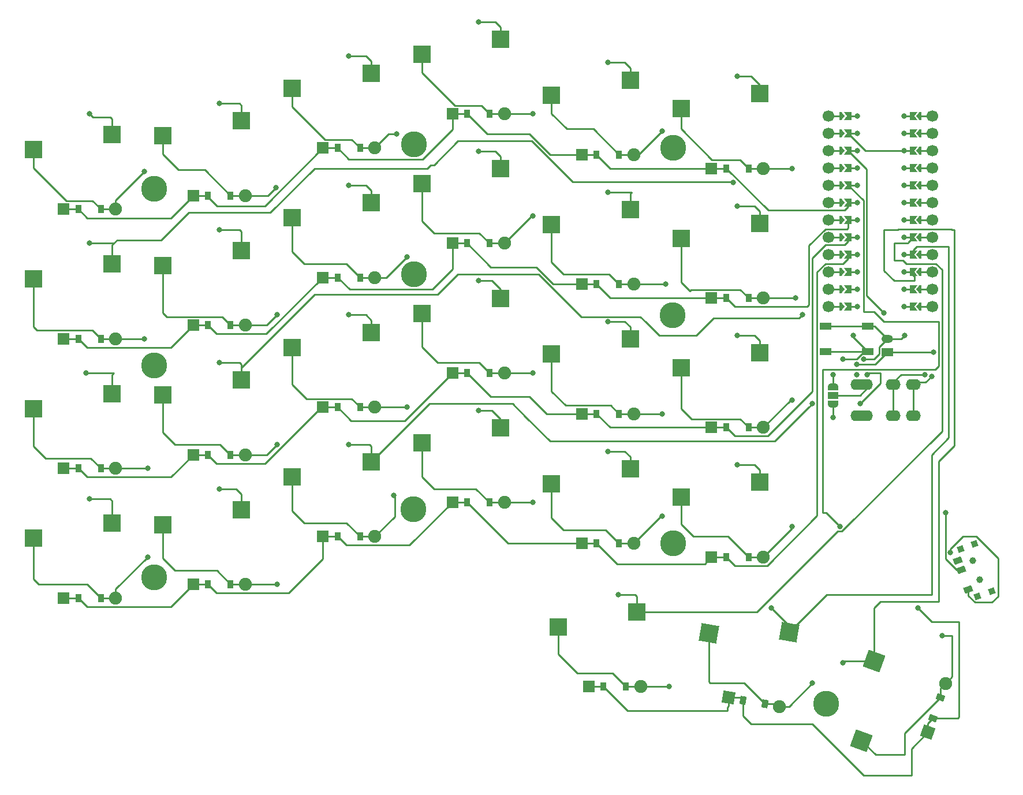
<source format=gbr>
%TF.GenerationSoftware,KiCad,Pcbnew,8.0.5-8.0.5-0~ubuntu20.04.1*%
%TF.CreationDate,2024-10-07T16:46:14+02:00*%
%TF.ProjectId,keyboard_pcb,6b657962-6f61-4726-945f-7063622e6b69,v1.0.0*%
%TF.SameCoordinates,Original*%
%TF.FileFunction,Copper,L1,Top*%
%TF.FilePolarity,Positive*%
%FSLAX46Y46*%
G04 Gerber Fmt 4.6, Leading zero omitted, Abs format (unit mm)*
G04 Created by KiCad (PCBNEW 8.0.5-8.0.5-0~ubuntu20.04.1) date 2024-10-07 16:46:14*
%MOMM*%
%LPD*%
G01*
G04 APERTURE LIST*
G04 Aperture macros list*
%AMRotRect*
0 Rectangle, with rotation*
0 The origin of the aperture is its center*
0 $1 length*
0 $2 width*
0 $3 Rotation angle, in degrees counterclockwise*
0 Add horizontal line*
21,1,$1,$2,0,0,$3*%
%AMFreePoly0*
4,1,6,0.250000,0.000000,-0.250000,-0.625000,-0.500000,-0.625000,-0.500000,0.625000,-0.250000,0.625000,0.250000,0.000000,0.250000,0.000000,$1*%
%AMFreePoly1*
4,1,6,0.500000,-0.625000,-0.650000,-0.625000,-0.150000,0.000000,-0.650000,0.625000,0.500000,0.625000,0.500000,-0.625000,0.500000,-0.625000,$1*%
%AMFreePoly2*
4,1,19,0.550000,-0.750000,0.000000,-0.750000,0.000000,-0.744911,-0.071157,-0.744911,-0.207708,-0.704816,-0.327430,-0.627875,-0.420627,-0.520320,-0.479746,-0.390866,-0.500000,-0.250000,-0.500000,0.250000,-0.479746,0.390866,-0.420627,0.520320,-0.327430,0.627875,-0.207708,0.704816,-0.071157,0.744911,0.000000,0.744911,0.000000,0.750000,0.550000,0.750000,0.550000,-0.750000,0.550000,-0.750000,
$1*%
%AMFreePoly3*
4,1,19,0.000000,0.744911,0.071157,0.744911,0.207708,0.704816,0.327430,0.627875,0.420627,0.520320,0.479746,0.390866,0.500000,0.250000,0.500000,-0.250000,0.479746,-0.390866,0.420627,-0.520320,0.327430,-0.627875,0.207708,-0.704816,0.071157,-0.744911,0.000000,-0.744911,0.000000,-0.750000,-0.550000,-0.750000,-0.550000,0.750000,0.000000,0.750000,0.000000,0.744911,0.000000,0.744911,
$1*%
G04 Aperture macros list end*
%TA.AperFunction,SMDPad,CuDef*%
%ADD10RotRect,0.900000X0.900000X290.000000*%
%TD*%
%TA.AperFunction,WasherPad*%
%ADD11C,1.000000*%
%TD*%
%TA.AperFunction,SMDPad,CuDef*%
%ADD12RotRect,0.900000X1.250000X290.000000*%
%TD*%
%TA.AperFunction,SMDPad,CuDef*%
%ADD13R,1.800000X1.100000*%
%TD*%
%TA.AperFunction,SMDPad,CuDef*%
%ADD14R,2.600000X2.600000*%
%TD*%
%TA.AperFunction,ComponentPad*%
%ADD15R,1.778000X1.778000*%
%TD*%
%TA.AperFunction,SMDPad,CuDef*%
%ADD16R,0.900000X1.200000*%
%TD*%
%TA.AperFunction,ComponentPad*%
%ADD17C,1.905000*%
%TD*%
%TA.AperFunction,SMDPad,CuDef*%
%ADD18FreePoly0,180.000000*%
%TD*%
%TA.AperFunction,ComponentPad*%
%ADD19C,1.700000*%
%TD*%
%TA.AperFunction,SMDPad,CuDef*%
%ADD20FreePoly0,0.000000*%
%TD*%
%TA.AperFunction,ComponentPad*%
%ADD21C,0.800000*%
%TD*%
%TA.AperFunction,SMDPad,CuDef*%
%ADD22FreePoly1,180.000000*%
%TD*%
%TA.AperFunction,SMDPad,CuDef*%
%ADD23FreePoly1,0.000000*%
%TD*%
%TA.AperFunction,ComponentPad*%
%ADD24C,3.800000*%
%TD*%
%TA.AperFunction,ComponentPad*%
%ADD25R,1.700000X1.200000*%
%TD*%
%TA.AperFunction,ComponentPad*%
%ADD26O,1.700000X1.200000*%
%TD*%
%TA.AperFunction,SMDPad,CuDef*%
%ADD27RotRect,2.600000X2.600000X70.000000*%
%TD*%
%TA.AperFunction,ComponentPad*%
%ADD28RotRect,1.778000X1.778000X70.000000*%
%TD*%
%TA.AperFunction,SMDPad,CuDef*%
%ADD29RotRect,0.900000X1.200000X70.000000*%
%TD*%
%TA.AperFunction,ComponentPad*%
%ADD30O,2.200000X1.600000*%
%TD*%
%TA.AperFunction,SMDPad,CuDef*%
%ADD31FreePoly2,270.000000*%
%TD*%
%TA.AperFunction,SMDPad,CuDef*%
%ADD32R,1.500000X1.000000*%
%TD*%
%TA.AperFunction,SMDPad,CuDef*%
%ADD33FreePoly3,270.000000*%
%TD*%
%TA.AperFunction,ComponentPad*%
%ADD34RotRect,1.778000X1.778000X350.000000*%
%TD*%
%TA.AperFunction,SMDPad,CuDef*%
%ADD35RotRect,0.900000X1.200000X350.000000*%
%TD*%
%TA.AperFunction,SMDPad,CuDef*%
%ADD36RotRect,2.600000X2.600000X350.000000*%
%TD*%
%TA.AperFunction,ViaPad*%
%ADD37C,0.800000*%
%TD*%
%TA.AperFunction,Conductor*%
%ADD38C,0.250000*%
%TD*%
G04 APERTURE END LIST*
D10*
%TO.P,T1,*%
%TO.N,*%
X229768187Y-147056454D03*
X227700865Y-147808898D03*
D11*
X229486970Y-149500000D03*
X230513030Y-152319078D03*
D10*
X232299135Y-154010180D03*
X230231813Y-154762624D03*
D12*
%TO.P,T1,1*%
%TO.N,VCC*%
X228819683Y-153733539D03*
%TO.P,T1,2*%
%TO.N,GND*%
X227793623Y-150914461D03*
%TO.P,T1,3*%
%TO.N,N/C*%
X227280592Y-149504921D03*
%TD*%
D13*
%TO.P,B1,1*%
%TO.N,GND*%
X207900000Y-115150000D03*
X214100000Y-115150000D03*
%TO.P,B1,2*%
%TO.N,RST*%
X207900000Y-118850000D03*
X214100000Y-118850000D03*
%TD*%
D14*
%TO.P,S1,1*%
%TO.N,COL0*%
X103275000Y-144050000D03*
%TO.P,S1,2*%
%TO.N,pinky_bottom*%
X91725000Y-146250000D03*
%TD*%
D15*
%TO.P,D6,1*%
%TO.N,ROW3*%
X115190000Y-134000000D03*
D16*
X117350000Y-134000000D03*
%TO.P,D6,2*%
%TO.N,shift_home*%
X120650000Y-134000000D03*
D17*
X122810000Y-134000000D03*
%TD*%
D14*
%TO.P,S19,1*%
%TO.N,COL4*%
X179275000Y-98050000D03*
%TO.P,S19,2*%
%TO.N,index_num*%
X167725000Y-100250000D03*
%TD*%
D15*
%TO.P,D10,1*%
%TO.N,ROW3*%
X134190000Y-127000000D03*
D16*
X136350000Y-127000000D03*
%TO.P,D10,2*%
%TO.N,ring_home*%
X139650000Y-127000000D03*
D17*
X141810000Y-127000000D03*
%TD*%
D18*
%TO.P,MCU1,1*%
%TO.N,MCU1_1*%
X221500000Y-84300000D03*
D19*
X223620000Y-84300000D03*
D18*
%TO.P,MCU1,2*%
%TO.N,MCU1_2*%
X221500000Y-86840000D03*
D19*
X223620000Y-86840000D03*
D18*
%TO.P,MCU1,3*%
%TO.N,MCU1_3*%
X221500000Y-89380000D03*
D19*
X223620000Y-89380000D03*
D18*
%TO.P,MCU1,4*%
%TO.N,MCU1_4*%
X221500000Y-91920000D03*
D19*
X223620000Y-91920000D03*
D18*
%TO.P,MCU1,5*%
%TO.N,MCU1_5*%
X221500000Y-94460000D03*
D19*
X223620000Y-94460000D03*
D18*
%TO.P,MCU1,6*%
%TO.N,MCU1_6*%
X221500000Y-97000000D03*
D19*
X223620000Y-97000000D03*
D18*
%TO.P,MCU1,7*%
%TO.N,MCU1_7*%
X221500000Y-99540000D03*
D19*
X223620000Y-99540000D03*
D18*
%TO.P,MCU1,8*%
%TO.N,MCU1_8*%
X221500000Y-102080000D03*
D19*
X223620000Y-102080000D03*
D18*
%TO.P,MCU1,9*%
%TO.N,MCU1_9*%
X221500000Y-104620000D03*
D19*
X223620000Y-104620000D03*
D18*
%TO.P,MCU1,10*%
%TO.N,MCU1_10*%
X221500000Y-107160000D03*
D19*
X223620000Y-107160000D03*
D18*
%TO.P,MCU1,11*%
%TO.N,MCU1_11*%
X221500000Y-109700000D03*
D19*
X223620000Y-109700000D03*
D18*
%TO.P,MCU1,12*%
%TO.N,MCU1_12*%
X221500000Y-112240000D03*
D19*
X223620000Y-112240000D03*
%TO.P,MCU1,13*%
%TO.N,MCU1_13*%
X208380000Y-112240000D03*
D20*
X210500000Y-112240000D03*
D19*
%TO.P,MCU1,14*%
%TO.N,MCU1_14*%
X208380000Y-109700000D03*
D20*
X210500000Y-109700000D03*
D19*
%TO.P,MCU1,15*%
%TO.N,MCU1_15*%
X208380000Y-107160000D03*
D20*
X210500000Y-107160000D03*
D19*
%TO.P,MCU1,16*%
%TO.N,MCU1_16*%
X208380000Y-104620000D03*
D20*
X210500000Y-104620000D03*
D19*
%TO.P,MCU1,17*%
%TO.N,MCU1_17*%
X208380000Y-102080000D03*
D20*
X210500000Y-102080000D03*
D19*
%TO.P,MCU1,18*%
%TO.N,MCU1_18*%
X208380000Y-99540000D03*
D20*
X210500000Y-99540000D03*
D19*
%TO.P,MCU1,19*%
%TO.N,MCU1_19*%
X208380000Y-97000000D03*
D20*
X210500000Y-97000000D03*
D19*
%TO.P,MCU1,20*%
%TO.N,MCU1_20*%
X208380000Y-94460000D03*
D20*
X210500000Y-94460000D03*
D19*
%TO.P,MCU1,21*%
%TO.N,MCU1_21*%
X208380000Y-91920000D03*
D20*
X210500000Y-91920000D03*
D19*
%TO.P,MCU1,22*%
%TO.N,MCU1_22*%
X208380000Y-89380000D03*
D20*
X210500000Y-89380000D03*
D19*
%TO.P,MCU1,23*%
%TO.N,MCU1_23*%
X208380000Y-86840000D03*
D20*
X210500000Y-86840000D03*
D19*
%TO.P,MCU1,24*%
%TO.N,MCU1_24*%
X208380000Y-84300000D03*
D20*
X210500000Y-84300000D03*
D21*
%TO.P,MCU1,101*%
%TO.N,P1*%
X219400000Y-84300000D03*
D22*
X220775000Y-84300000D03*
D21*
%TO.P,MCU1,102*%
%TO.N,P0*%
X219400000Y-86840000D03*
D22*
X220775000Y-86840000D03*
D21*
%TO.P,MCU1,103*%
%TO.N,GND*%
X219400000Y-89380000D03*
D22*
X220775000Y-89380000D03*
D21*
%TO.P,MCU1,104*%
X219400000Y-91920000D03*
D22*
X220775000Y-91920000D03*
D21*
%TO.P,MCU1,105*%
%TO.N,COL0*%
X219400000Y-94460000D03*
D22*
X220775000Y-94460000D03*
D21*
%TO.P,MCU1,106*%
%TO.N,COL1*%
X219400000Y-97000000D03*
D22*
X220775000Y-97000000D03*
D21*
%TO.P,MCU1,107*%
%TO.N,COL2*%
X219400000Y-99540000D03*
D22*
X220775000Y-99540000D03*
D21*
%TO.P,MCU1,108*%
%TO.N,COL3*%
X219400000Y-102080000D03*
D22*
X220775000Y-102080000D03*
D21*
%TO.P,MCU1,109*%
%TO.N,COL4*%
X219400000Y-104620000D03*
D22*
X220775000Y-104620000D03*
D21*
%TO.P,MCU1,110*%
%TO.N,COL5*%
X219400000Y-107160000D03*
D22*
X220775000Y-107160000D03*
D21*
%TO.P,MCU1,111*%
%TO.N,P8*%
X219400000Y-109700000D03*
D22*
X220775000Y-109700000D03*
D21*
%TO.P,MCU1,112*%
%TO.N,P9*%
X219400000Y-112240000D03*
D22*
X220775000Y-112240000D03*
D23*
%TO.P,MCU1,113*%
%TO.N,P10*%
X211225000Y-112240000D03*
D21*
X212600000Y-112240000D03*
D23*
%TO.P,MCU1,114*%
%TO.N,P16*%
X211225000Y-109700000D03*
D21*
X212600000Y-109700000D03*
D23*
%TO.P,MCU1,115*%
%TO.N,P14*%
X211225000Y-107160000D03*
D21*
X212600000Y-107160000D03*
D23*
%TO.P,MCU1,116*%
%TO.N,ROW4*%
X211225000Y-104620000D03*
D21*
X212600000Y-104620000D03*
D23*
%TO.P,MCU1,117*%
%TO.N,ROW3*%
X211225000Y-102080000D03*
D21*
X212600000Y-102080000D03*
D23*
%TO.P,MCU1,118*%
%TO.N,ROW2*%
X211225000Y-99540000D03*
D21*
X212600000Y-99540000D03*
D23*
%TO.P,MCU1,119*%
%TO.N,ROW1*%
X211225000Y-97000000D03*
D21*
X212600000Y-97000000D03*
D23*
%TO.P,MCU1,120*%
%TO.N,ROW0*%
X211225000Y-94460000D03*
D21*
X212600000Y-94460000D03*
D23*
%TO.P,MCU1,121*%
%TO.N,VCC*%
X211225000Y-91920000D03*
D21*
X212600000Y-91920000D03*
D23*
%TO.P,MCU1,122*%
%TO.N,RST*%
X211225000Y-89380000D03*
D21*
X212600000Y-89380000D03*
D23*
%TO.P,MCU1,123*%
%TO.N,GND*%
X211225000Y-86840000D03*
D21*
X212600000Y-86840000D03*
D23*
%TO.P,MCU1,124*%
%TO.N,RAW*%
X211225000Y-84300000D03*
D21*
X212600000Y-84300000D03*
%TD*%
D14*
%TO.P,S8,1*%
%TO.N,COL1*%
X122275000Y-85050000D03*
%TO.P,S8,2*%
%TO.N,shift_top*%
X110725000Y-87250000D03*
%TD*%
D15*
%TO.P,D17,1*%
%TO.N,ROW4*%
X172190000Y-147000000D03*
D16*
X174350000Y-147000000D03*
%TO.P,D17,2*%
%TO.N,index_bottom*%
X177650000Y-147000000D03*
D17*
X179810000Y-147000000D03*
%TD*%
D14*
%TO.P,S3,1*%
%TO.N,COL0*%
X103275000Y-106050000D03*
%TO.P,S3,2*%
%TO.N,pinky_num*%
X91725000Y-108250000D03*
%TD*%
D15*
%TO.P,D23,1*%
%TO.N,ROW2*%
X191190000Y-111000000D03*
D16*
X193350000Y-111000000D03*
%TO.P,D23,2*%
%TO.N,inner_num*%
X196650000Y-111000000D03*
D17*
X198810000Y-111000000D03*
%TD*%
D24*
%TO.P,H3,*%
%TO.N,*%
X109450000Y-152000000D03*
%TD*%
%TO.P,H8,*%
%TO.N,*%
X109450000Y-120920000D03*
%TD*%
D15*
%TO.P,D2,1*%
%TO.N,ROW3*%
X96190000Y-136000000D03*
D16*
X98350000Y-136000000D03*
%TO.P,D2,2*%
%TO.N,pinky_home*%
X101650000Y-136000000D03*
D17*
X103810000Y-136000000D03*
%TD*%
D15*
%TO.P,D21,1*%
%TO.N,ROW4*%
X191190000Y-149000000D03*
D16*
X193350000Y-149000000D03*
%TO.P,D21,2*%
%TO.N,inner_bottom*%
X196650000Y-149000000D03*
D17*
X198810000Y-149000000D03*
%TD*%
D25*
%TO.P,JST2,1*%
%TO.N,VCC*%
X217000000Y-119000000D03*
D26*
%TO.P,JST2,2*%
%TO.N,GND*%
X217000000Y-117000000D03*
%TD*%
D11*
%TO.P,T2,*%
%TO.N,*%
X229486970Y-149500000D03*
X230513030Y-152319078D03*
%TD*%
D15*
%TO.P,D19,1*%
%TO.N,ROW2*%
X172190000Y-109000000D03*
D16*
X174350000Y-109000000D03*
%TO.P,D19,2*%
%TO.N,index_num*%
X177650000Y-109000000D03*
D17*
X179810000Y-109000000D03*
%TD*%
D15*
%TO.P,D8,1*%
%TO.N,ROW1*%
X115190000Y-96000000D03*
D16*
X117350000Y-96000000D03*
%TO.P,D8,2*%
%TO.N,shift_top*%
X120650000Y-96000000D03*
D17*
X122810000Y-96000000D03*
%TD*%
D25*
%TO.P,JST1,1*%
%TO.N,VCC*%
X217000000Y-119000000D03*
D26*
%TO.P,JST1,2*%
%TO.N,GND*%
X217000000Y-117000000D03*
%TD*%
D14*
%TO.P,S16,1*%
%TO.N,COL3*%
X160275000Y-73050000D03*
%TO.P,S16,2*%
%TO.N,middle_top*%
X148725000Y-75250000D03*
%TD*%
%TO.P,S4,1*%
%TO.N,COL0*%
X103275000Y-87050000D03*
%TO.P,S4,2*%
%TO.N,pinky_top*%
X91725000Y-89250000D03*
%TD*%
D15*
%TO.P,D11,1*%
%TO.N,ROW2*%
X134190000Y-108000000D03*
D16*
X136350000Y-108000000D03*
%TO.P,D11,2*%
%TO.N,ring_num*%
X139650000Y-108000000D03*
D17*
X141810000Y-108000000D03*
%TD*%
D14*
%TO.P,S2,1*%
%TO.N,COL0*%
X103275000Y-125050000D03*
%TO.P,S2,2*%
%TO.N,pinky_home*%
X91725000Y-127250000D03*
%TD*%
%TO.P,S24,1*%
%TO.N,COL5*%
X198275000Y-81050000D03*
%TO.P,S24,2*%
%TO.N,inner_top*%
X186725000Y-83250000D03*
%TD*%
D27*
%TO.P,S27,1*%
%TO.N,COL5*%
X215062196Y-164298472D03*
%TO.P,S27,2*%
%TO.N,far_thumb*%
X213179187Y-175904366D03*
%TD*%
D15*
%TO.P,D15,1*%
%TO.N,ROW2*%
X153190000Y-103000000D03*
D16*
X155350000Y-103000000D03*
%TO.P,D15,2*%
%TO.N,middle_num*%
X158650000Y-103000000D03*
D17*
X160810000Y-103000000D03*
%TD*%
D15*
%TO.P,D18,1*%
%TO.N,ROW3*%
X172190000Y-128000000D03*
D16*
X174350000Y-128000000D03*
%TO.P,D18,2*%
%TO.N,index_home*%
X177650000Y-128000000D03*
D17*
X179810000Y-128000000D03*
%TD*%
D28*
%TO.P,D27,1*%
%TO.N,ROW0*%
X222928617Y-174701314D03*
D29*
X223667381Y-172671578D03*
%TO.P,D27,2*%
%TO.N,far_thumb*%
X224796047Y-169570592D03*
D17*
X225534811Y-167540856D03*
%TD*%
D24*
%TO.P,H2,*%
%TO.N,*%
X109450000Y-95000000D03*
%TD*%
%TO.P,H1,*%
%TO.N,*%
X185550000Y-89000000D03*
%TD*%
D15*
%TO.P,D25,1*%
%TO.N,ROW0*%
X173190000Y-168000000D03*
D16*
X175350000Y-168000000D03*
%TO.P,D25,2*%
%TO.N,near_thumb*%
X178650000Y-168000000D03*
D17*
X180810000Y-168000000D03*
%TD*%
D30*
%TO.P,TRRS1,1*%
%TO.N,VCC*%
X212700000Y-123700000D03*
X212700000Y-128300000D03*
%TO.P,TRRS1,2*%
%TO.N,GND*%
X213800000Y-123700000D03*
X213800000Y-128300000D03*
%TO.P,TRRS1,3*%
%TO.N,P1*%
X217800000Y-123700000D03*
X217800000Y-128300000D03*
%TO.P,TRRS1,4*%
%TO.N,P0*%
X220800000Y-123700000D03*
X220800000Y-128300000D03*
%TD*%
D15*
%TO.P,D14,1*%
%TO.N,ROW3*%
X153190000Y-122000000D03*
D16*
X155350000Y-122000000D03*
%TO.P,D14,2*%
%TO.N,middle_home*%
X158650000Y-122000000D03*
D17*
X160810000Y-122000000D03*
%TD*%
D14*
%TO.P,S20,1*%
%TO.N,COL4*%
X179275000Y-79050000D03*
%TO.P,S20,2*%
%TO.N,index_top*%
X167725000Y-81250000D03*
%TD*%
%TO.P,S11,1*%
%TO.N,COL2*%
X141275000Y-97050000D03*
%TO.P,S11,2*%
%TO.N,ring_num*%
X129725000Y-99250000D03*
%TD*%
%TO.P,S9,1*%
%TO.N,COL2*%
X141275000Y-135050000D03*
%TO.P,S9,2*%
%TO.N,ring_bottom*%
X129725000Y-137250000D03*
%TD*%
%TO.P,S12,1*%
%TO.N,COL2*%
X141275000Y-78050000D03*
%TO.P,S12,2*%
%TO.N,ring_top*%
X129725000Y-80250000D03*
%TD*%
D15*
%TO.P,D12,1*%
%TO.N,ROW1*%
X134190000Y-89000000D03*
D16*
X136350000Y-89000000D03*
%TO.P,D12,2*%
%TO.N,ring_top*%
X139650000Y-89000000D03*
D17*
X141810000Y-89000000D03*
%TD*%
D14*
%TO.P,S10,1*%
%TO.N,COL2*%
X141275000Y-116050000D03*
%TO.P,S10,2*%
%TO.N,ring_home*%
X129725000Y-118250000D03*
%TD*%
D15*
%TO.P,D13,1*%
%TO.N,ROW4*%
X153190000Y-141000000D03*
D16*
X155350000Y-141000000D03*
%TO.P,D13,2*%
%TO.N,middle_bottom*%
X158650000Y-141000000D03*
D17*
X160810000Y-141000000D03*
%TD*%
D24*
%TO.P,H5,*%
%TO.N,*%
X147550000Y-107550000D03*
%TD*%
D14*
%TO.P,S5,1*%
%TO.N,COL1*%
X122275000Y-142050000D03*
%TO.P,S5,2*%
%TO.N,shift_bottom*%
X110725000Y-144250000D03*
%TD*%
D24*
%TO.P,H7,*%
%TO.N,*%
X208012759Y-170538758D03*
%TD*%
D14*
%TO.P,S13,1*%
%TO.N,COL3*%
X160275000Y-130050000D03*
%TO.P,S13,2*%
%TO.N,middle_bottom*%
X148725000Y-132250000D03*
%TD*%
%TO.P,S17,1*%
%TO.N,COL4*%
X179275000Y-136050000D03*
%TO.P,S17,2*%
%TO.N,index_bottom*%
X167725000Y-138250000D03*
%TD*%
D24*
%TO.P,H4,*%
%TO.N,*%
X185550000Y-147000000D03*
%TD*%
D15*
%TO.P,D24,1*%
%TO.N,ROW1*%
X191190000Y-92000000D03*
D16*
X193350000Y-92000000D03*
%TO.P,D24,2*%
%TO.N,inner_top*%
X196650000Y-92000000D03*
D17*
X198810000Y-92000000D03*
%TD*%
D14*
%TO.P,S21,1*%
%TO.N,COL5*%
X198275000Y-138050000D03*
%TO.P,S21,2*%
%TO.N,inner_bottom*%
X186725000Y-140250000D03*
%TD*%
D15*
%TO.P,D22,1*%
%TO.N,ROW3*%
X191190000Y-130000000D03*
D16*
X193350000Y-130000000D03*
%TO.P,D22,2*%
%TO.N,inner_home*%
X196650000Y-130000000D03*
D17*
X198810000Y-130000000D03*
%TD*%
D15*
%TO.P,D9,1*%
%TO.N,ROW4*%
X134190000Y-146000000D03*
D16*
X136350000Y-146000000D03*
%TO.P,D9,2*%
%TO.N,ring_bottom*%
X139650000Y-146000000D03*
D17*
X141810000Y-146000000D03*
%TD*%
D14*
%TO.P,S18,1*%
%TO.N,COL4*%
X179275000Y-117050000D03*
%TO.P,S18,2*%
%TO.N,index_home*%
X167725000Y-119250000D03*
%TD*%
D15*
%TO.P,D5,1*%
%TO.N,ROW4*%
X115190000Y-153000000D03*
D16*
X117350000Y-153000000D03*
%TO.P,D5,2*%
%TO.N,shift_bottom*%
X120650000Y-153000000D03*
D17*
X122810000Y-153000000D03*
%TD*%
D14*
%TO.P,S22,1*%
%TO.N,COL5*%
X198275000Y-119050000D03*
%TO.P,S22,2*%
%TO.N,inner_home*%
X186725000Y-121250000D03*
%TD*%
D15*
%TO.P,D3,1*%
%TO.N,ROW2*%
X96190000Y-117000000D03*
D16*
X98350000Y-117000000D03*
%TO.P,D3,2*%
%TO.N,pinky_num*%
X101650000Y-117000000D03*
D17*
X103810000Y-117000000D03*
%TD*%
D15*
%TO.P,D4,1*%
%TO.N,ROW1*%
X96190000Y-98000000D03*
D16*
X98350000Y-98000000D03*
%TO.P,D4,2*%
%TO.N,pinky_top*%
X101650000Y-98000000D03*
D17*
X103810000Y-98000000D03*
%TD*%
D24*
%TO.P,H6,*%
%TO.N,*%
X147450000Y-142000000D03*
%TD*%
D14*
%TO.P,S23,1*%
%TO.N,COL5*%
X198275000Y-100050000D03*
%TO.P,S23,2*%
%TO.N,inner_num*%
X186725000Y-102250000D03*
%TD*%
D31*
%TO.P,REF\u002A\u002A,1*%
%TO.N,VCC*%
X209000000Y-124000000D03*
D32*
%TO.P,REF\u002A\u002A,2*%
%TO.N,GND*%
X209000000Y-125300000D03*
D33*
%TO.P,REF\u002A\u002A,3*%
X209000000Y-126600000D03*
%TD*%
D34*
%TO.P,D26,1*%
%TO.N,ROW0*%
X193674094Y-169606650D03*
D35*
X195801281Y-169981731D03*
%TO.P,D26,2*%
%TO.N,home_thumb*%
X199051147Y-170554769D03*
D17*
X201178334Y-170929850D03*
%TD*%
D15*
%TO.P,D7,1*%
%TO.N,ROW2*%
X115190000Y-115000000D03*
D16*
X117350000Y-115000000D03*
%TO.P,D7,2*%
%TO.N,shift_num*%
X120650000Y-115000000D03*
D17*
X122810000Y-115000000D03*
%TD*%
D14*
%TO.P,S6,1*%
%TO.N,COL1*%
X122275000Y-123050000D03*
%TO.P,S6,2*%
%TO.N,shift_home*%
X110725000Y-125250000D03*
%TD*%
%TO.P,S25,1*%
%TO.N,COL3*%
X180275000Y-157050000D03*
%TO.P,S25,2*%
%TO.N,near_thumb*%
X168725000Y-159250000D03*
%TD*%
D24*
%TO.P,H9,*%
%TO.N,*%
X147550000Y-88450000D03*
%TD*%
%TO.P,H10,*%
%TO.N,*%
X185450000Y-113550000D03*
%TD*%
D36*
%TO.P,S26,1*%
%TO.N,COL4*%
X202552907Y-160053303D03*
%TO.P,S26,2*%
%TO.N,home_thumb*%
X190796352Y-160214243D03*
%TD*%
D14*
%TO.P,S7,1*%
%TO.N,COL1*%
X122275000Y-104050000D03*
%TO.P,S7,2*%
%TO.N,shift_num*%
X110725000Y-106250000D03*
%TD*%
D15*
%TO.P,D16,1*%
%TO.N,ROW1*%
X153190000Y-84000000D03*
D16*
X155350000Y-84000000D03*
%TO.P,D16,2*%
%TO.N,middle_top*%
X158650000Y-84000000D03*
D17*
X160810000Y-84000000D03*
%TD*%
D15*
%TO.P,D1,1*%
%TO.N,ROW4*%
X96190000Y-155000000D03*
D16*
X98350000Y-155000000D03*
%TO.P,D1,2*%
%TO.N,pinky_bottom*%
X101650000Y-155000000D03*
D17*
X103810000Y-155000000D03*
%TD*%
D14*
%TO.P,S15,1*%
%TO.N,COL3*%
X160275000Y-92050000D03*
%TO.P,S15,2*%
%TO.N,middle_num*%
X148725000Y-94250000D03*
%TD*%
%TO.P,S14,1*%
%TO.N,COL3*%
X160275000Y-111050000D03*
%TO.P,S14,2*%
%TO.N,middle_home*%
X148725000Y-113250000D03*
%TD*%
D15*
%TO.P,D20,1*%
%TO.N,ROW1*%
X172190000Y-90000000D03*
D16*
X174350000Y-90000000D03*
%TO.P,D20,2*%
%TO.N,index_top*%
X177650000Y-90000000D03*
D17*
X179810000Y-90000000D03*
%TD*%
D37*
%TO.N,COL0*%
X100000000Y-140500000D03*
X100000000Y-84000000D03*
X194412347Y-94087653D03*
X99500000Y-122000000D03*
X100000000Y-103000000D03*
%TO.N,pinky_bottom*%
X108500000Y-149000000D03*
%TO.N,pinky_home*%
X108500000Y-136000000D03*
%TO.N,pinky_num*%
X108000000Y-117000000D03*
%TO.N,pinky_top*%
X108000000Y-92500000D03*
%TO.N,COL1*%
X119000000Y-120500000D03*
X204500000Y-113500000D03*
X119000000Y-101000000D03*
X119000000Y-82500000D03*
X119000000Y-139000000D03*
%TO.N,shift_bottom*%
X127500000Y-153000000D03*
%TO.N,shift_home*%
X127487347Y-132487347D03*
%TO.N,shift_num*%
X127500000Y-113500000D03*
%TO.N,shift_top*%
X127332347Y-94832347D03*
%TO.N,COL2*%
X138000000Y-113500000D03*
X138000000Y-132500000D03*
X205950000Y-126500000D03*
X138000000Y-94500000D03*
X138000000Y-75500000D03*
%TO.N,ring_bottom*%
X144561297Y-139938703D03*
%TO.N,ring_home*%
X146500000Y-127000000D03*
%TO.N,ring_num*%
X146500000Y-105000000D03*
%TO.N,ring_top*%
X145000000Y-87000000D03*
%TO.N,COL3*%
X157000000Y-127500000D03*
X157000000Y-70500000D03*
X177500000Y-154500000D03*
X157000000Y-89500000D03*
X157000000Y-108500000D03*
%TO.N,middle_bottom*%
X165000000Y-141000000D03*
%TO.N,middle_home*%
X165000000Y-122000000D03*
%TO.N,middle_num*%
X165000000Y-99000000D03*
%TO.N,middle_top*%
X165000000Y-84000000D03*
%TO.N,COL4*%
X176000000Y-95500000D03*
X176000000Y-76500000D03*
X200000000Y-156500000D03*
X176000000Y-114500000D03*
X176000000Y-133500000D03*
%TO.N,index_bottom*%
X184000000Y-143000000D03*
%TO.N,index_home*%
X184000000Y-128000000D03*
%TO.N,index_num*%
X184500000Y-109000000D03*
%TO.N,index_top*%
X184000000Y-86500000D03*
%TO.N,COL5*%
X195000000Y-135500000D03*
X195000000Y-116500000D03*
X210500000Y-164500000D03*
X195000000Y-97500000D03*
X195000000Y-78500000D03*
%TO.N,inner_bottom*%
X203000000Y-144500000D03*
%TO.N,inner_home*%
X203000000Y-126000000D03*
%TO.N,inner_num*%
X203500000Y-111000000D03*
%TO.N,inner_top*%
X203000000Y-92000000D03*
%TO.N,near_thumb*%
X185000000Y-168000000D03*
%TO.N,home_thumb*%
X206000000Y-167500000D03*
%TO.N,far_thumb*%
X225000000Y-160500000D03*
%TO.N,ROW0*%
X210000000Y-144500000D03*
X221500000Y-156500000D03*
%TO.N,GND*%
X213000000Y-126500000D03*
X213500000Y-120000000D03*
X214000000Y-122225000D03*
X209000000Y-128500000D03*
X225500000Y-142500000D03*
X219500000Y-116500000D03*
%TO.N,RST*%
X212000000Y-116500000D03*
X216500000Y-113195000D03*
X210500000Y-120000000D03*
%TO.N,VCC*%
X212500000Y-120775000D03*
X212500000Y-122225000D03*
X223775000Y-119000000D03*
X226225000Y-148362165D03*
X209000000Y-122225000D03*
%TO.N,P1*%
X222500000Y-122225000D03*
%TO.N,P0*%
X223500000Y-122500000D03*
%TD*%
D38*
%TO.N,COL0*%
X126500000Y-98500000D02*
X133000000Y-92000000D01*
X114500000Y-98500000D02*
X126500000Y-98500000D01*
X170863604Y-94000000D02*
X193500000Y-94000000D01*
X103000000Y-140500000D02*
X100000000Y-140500000D01*
X150500000Y-91500000D02*
X154000000Y-88000000D01*
X193500000Y-94000000D02*
X194324694Y-94000000D01*
X103275000Y-125050000D02*
X103275000Y-122225000D01*
X103500000Y-122000000D02*
X99500000Y-122000000D01*
X103275000Y-140775000D02*
X103000000Y-140500000D01*
X154500000Y-88000000D02*
X158000000Y-88000000D01*
X103275000Y-144050000D02*
X103275000Y-140775000D01*
X194324694Y-94000000D02*
X194412347Y-94087653D01*
X103275000Y-84775000D02*
X103000000Y-84500000D01*
X164863604Y-88000000D02*
X170863604Y-94000000D01*
X133500000Y-92000000D02*
X149500000Y-92000000D01*
X149500000Y-92000000D02*
X150000000Y-91500000D01*
X158000000Y-88000000D02*
X164863604Y-88000000D01*
X103000000Y-84500000D02*
X100500000Y-84500000D01*
X150000000Y-91500000D02*
X150500000Y-91500000D01*
X103275000Y-87050000D02*
X103275000Y-84775000D01*
X103500000Y-103000000D02*
X104000000Y-102500000D01*
X103275000Y-103225000D02*
X103500000Y-103000000D01*
X100500000Y-84500000D02*
X100000000Y-84000000D01*
X103275000Y-106050000D02*
X103275000Y-103225000D01*
X103275000Y-122225000D02*
X103500000Y-122000000D01*
X110500000Y-102500000D02*
X114500000Y-98500000D01*
X133000000Y-92000000D02*
X133500000Y-92000000D01*
X104000000Y-102500000D02*
X110500000Y-102500000D01*
X103500000Y-103000000D02*
X100000000Y-103000000D01*
X220775000Y-94460000D02*
X219400000Y-94460000D01*
X154000000Y-88000000D02*
X154500000Y-88000000D01*
%TO.N,pinky_bottom*%
X103810000Y-155000000D02*
X103810000Y-153690000D01*
X103810000Y-153690000D02*
X108500000Y-149000000D01*
X99650000Y-153000000D02*
X92500000Y-153000000D01*
X101650000Y-155000000D02*
X103810000Y-155000000D01*
X92500000Y-153000000D02*
X91725000Y-152225000D01*
X101650000Y-155000000D02*
X99650000Y-153000000D01*
X91725000Y-152225000D02*
X91725000Y-146250000D01*
%TO.N,pinky_home*%
X101650000Y-136000000D02*
X100150000Y-134500000D01*
X100150000Y-134500000D02*
X93500000Y-134500000D01*
X93500000Y-134500000D02*
X91725000Y-132725000D01*
X101650000Y-136000000D02*
X103810000Y-136000000D01*
X103810000Y-136000000D02*
X108500000Y-136000000D01*
X91725000Y-132725000D02*
X91725000Y-127250000D01*
%TO.N,pinky_num*%
X101650000Y-117000000D02*
X103810000Y-117000000D01*
X100436000Y-115786000D02*
X92286000Y-115786000D01*
X101650000Y-117000000D02*
X100436000Y-115786000D01*
X92286000Y-115786000D02*
X91725000Y-115225000D01*
X91725000Y-115225000D02*
X91725000Y-108250000D01*
X103810000Y-117000000D02*
X108000000Y-117000000D01*
%TO.N,pinky_top*%
X103810000Y-98000000D02*
X101650000Y-98000000D01*
X91725000Y-91958684D02*
X91725000Y-89250000D01*
X103810000Y-98000000D02*
X103810000Y-96690000D01*
X96552316Y-96786000D02*
X91725000Y-91958684D01*
X103810000Y-96690000D02*
X108000000Y-92500000D01*
X101650000Y-98000000D02*
X100436000Y-96786000D01*
X100436000Y-96786000D02*
X96552316Y-96786000D01*
%TO.N,COL1*%
X122275000Y-82775000D02*
X122000000Y-82500000D01*
X180775000Y-113775000D02*
X181500000Y-114500000D01*
X220775000Y-97000000D02*
X219400000Y-97000000D01*
X127000000Y-116500000D02*
X133000000Y-110500000D01*
X204000000Y-114000000D02*
X204500000Y-113500000D01*
X197500000Y-114000000D02*
X204000000Y-114000000D01*
X122275000Y-123050000D02*
X122275000Y-121225000D01*
X122275000Y-121225000D02*
X127000000Y-116500000D01*
X122275000Y-120775000D02*
X122000000Y-120500000D01*
X122275000Y-142050000D02*
X122275000Y-139775000D01*
X122275000Y-104050000D02*
X122275000Y-101275000D01*
X191500000Y-114000000D02*
X197500000Y-114000000D01*
X122000000Y-101000000D02*
X119000000Y-101000000D01*
X122000000Y-82500000D02*
X119000000Y-82500000D01*
X172138604Y-113775000D02*
X180775000Y-113775000D01*
X122275000Y-85050000D02*
X122275000Y-82775000D01*
X122275000Y-139775000D02*
X122000000Y-139500000D01*
X122000000Y-139500000D02*
X121500000Y-139000000D01*
X122000000Y-120500000D02*
X119000000Y-120500000D01*
X121500000Y-139000000D02*
X119000000Y-139000000D01*
X151000000Y-110500000D02*
X154000000Y-107500000D01*
X133000000Y-110500000D02*
X147000000Y-110500000D01*
X183500000Y-116500000D02*
X189000000Y-116500000D01*
X122275000Y-123050000D02*
X122275000Y-120775000D01*
X165863604Y-107500000D02*
X172138604Y-113775000D01*
X181500000Y-114500000D02*
X183500000Y-116500000D01*
X154000000Y-107500000D02*
X165863604Y-107500000D01*
X147000000Y-110500000D02*
X151000000Y-110500000D01*
X122275000Y-101275000D02*
X122000000Y-101000000D01*
X189000000Y-116500000D02*
X191500000Y-114000000D01*
%TO.N,shift_bottom*%
X120650000Y-153000000D02*
X122810000Y-153000000D01*
X122810000Y-153000000D02*
X127500000Y-153000000D01*
X120650000Y-153000000D02*
X118650000Y-151000000D01*
X112500000Y-151000000D02*
X110725000Y-149225000D01*
X110725000Y-149225000D02*
X110725000Y-144250000D01*
X118650000Y-151000000D02*
X112500000Y-151000000D01*
%TO.N,shift_home*%
X120650000Y-134000000D02*
X119150000Y-132500000D01*
X119150000Y-132500000D02*
X112500000Y-132500000D01*
X125974694Y-134000000D02*
X127487347Y-132487347D01*
X122810000Y-134000000D02*
X120650000Y-134000000D01*
X110725000Y-130725000D02*
X110725000Y-125250000D01*
X122810000Y-134000000D02*
X125974694Y-134000000D01*
X112500000Y-132500000D02*
X110725000Y-130725000D01*
%TO.N,shift_num*%
X120650000Y-115000000D02*
X119436000Y-113786000D01*
X119436000Y-113786000D02*
X111286000Y-113786000D01*
X110725000Y-113225000D02*
X110725000Y-106250000D01*
X126000000Y-115000000D02*
X127500000Y-113500000D01*
X111286000Y-113786000D02*
X110725000Y-113225000D01*
X120650000Y-115000000D02*
X122810000Y-115000000D01*
X122810000Y-115000000D02*
X126000000Y-115000000D01*
%TO.N,shift_top*%
X112992216Y-92225900D02*
X110725000Y-89958684D01*
X110725000Y-89958684D02*
X110725000Y-87250000D01*
X120650000Y-96000000D02*
X122810000Y-96000000D01*
X126164694Y-96000000D02*
X127332347Y-94832347D01*
X120650000Y-96000000D02*
X116875900Y-92225900D01*
X116875900Y-92225900D02*
X112992216Y-92225900D01*
X122810000Y-96000000D02*
X126164694Y-96000000D01*
%TO.N,COL2*%
X205500000Y-127000000D02*
X205950000Y-126550000D01*
X141275000Y-135050000D02*
X141275000Y-132775000D01*
X141275000Y-135050000D02*
X149825000Y-126500000D01*
X167500000Y-132000000D02*
X185000000Y-132000000D01*
X162000000Y-126500000D02*
X164000000Y-128500000D01*
X140500000Y-113500000D02*
X141275000Y-114275000D01*
X138000000Y-113500000D02*
X140500000Y-113500000D01*
X140500000Y-94500000D02*
X141275000Y-95275000D01*
X149825000Y-126500000D02*
X157500000Y-126500000D01*
X164000000Y-128500000D02*
X167500000Y-132000000D01*
X141275000Y-76275000D02*
X141275000Y-78050000D01*
X141275000Y-132775000D02*
X141000000Y-132500000D01*
X157500000Y-126500000D02*
X162000000Y-126500000D01*
X138000000Y-75500000D02*
X140500000Y-75500000D01*
X205950000Y-126550000D02*
X205950000Y-126500000D01*
X141000000Y-132500000D02*
X138000000Y-132500000D01*
X141275000Y-95275000D02*
X141275000Y-97050000D01*
X141275000Y-114275000D02*
X141275000Y-116050000D01*
X138000000Y-94500000D02*
X140500000Y-94500000D01*
X220775000Y-99540000D02*
X219400000Y-99540000D01*
X140500000Y-75500000D02*
X141275000Y-76275000D01*
X185000000Y-132000000D02*
X200500000Y-132000000D01*
X200500000Y-132000000D02*
X205500000Y-127000000D01*
%TO.N,ring_bottom*%
X144725900Y-140103306D02*
X144561297Y-139938703D01*
X129725000Y-142225000D02*
X129725000Y-137250000D01*
X131500000Y-144000000D02*
X129725000Y-142225000D01*
X141810000Y-146000000D02*
X139650000Y-146000000D01*
X139650000Y-146000000D02*
X137650000Y-144000000D01*
X144725900Y-143084100D02*
X144725900Y-140103306D01*
X137650000Y-144000000D02*
X131500000Y-144000000D01*
X141810000Y-146000000D02*
X144725900Y-143084100D01*
%TO.N,ring_home*%
X139650000Y-127000000D02*
X138436000Y-125786000D01*
X131786000Y-125786000D02*
X129725000Y-123725000D01*
X139650000Y-127000000D02*
X141810000Y-127000000D01*
X138436000Y-125786000D02*
X131786000Y-125786000D01*
X141810000Y-127000000D02*
X146500000Y-127000000D01*
X129725000Y-123725000D02*
X129725000Y-118250000D01*
%TO.N,ring_num*%
X129725000Y-104225000D02*
X129725000Y-99250000D01*
X131500000Y-106000000D02*
X129725000Y-104225000D01*
X143500000Y-108000000D02*
X146500000Y-105000000D01*
X139650000Y-108000000D02*
X141810000Y-108000000D01*
X139650000Y-108000000D02*
X137650000Y-106000000D01*
X141810000Y-108000000D02*
X143500000Y-108000000D01*
X137650000Y-106000000D02*
X131500000Y-106000000D01*
%TO.N,ring_top*%
X141810000Y-89000000D02*
X143810000Y-87000000D01*
X139650000Y-89000000D02*
X138436000Y-87786000D01*
X129725000Y-82958684D02*
X129725000Y-80250000D01*
X143810000Y-87000000D02*
X145000000Y-87000000D01*
X139650000Y-89000000D02*
X141810000Y-89000000D01*
X134552316Y-87786000D02*
X129725000Y-82958684D01*
X138436000Y-87786000D02*
X134552316Y-87786000D01*
%TO.N,COL3*%
X157000000Y-89500000D02*
X159500000Y-89500000D01*
X225000000Y-106878299D02*
X224106701Y-105985000D01*
X180275000Y-154775000D02*
X180275000Y-157050000D01*
X220775000Y-102080000D02*
X219400000Y-102080000D01*
X160275000Y-109775000D02*
X160275000Y-111050000D01*
X160275000Y-128775000D02*
X159000000Y-127500000D01*
X225000000Y-130525305D02*
X225000000Y-106878299D01*
X209699695Y-145225000D02*
X210300305Y-145225000D01*
X157000000Y-70500000D02*
X159500000Y-70500000D01*
X224106701Y-105985000D02*
X221015000Y-105985000D01*
X159500000Y-70500000D02*
X160275000Y-71275000D01*
X177500000Y-154500000D02*
X180000000Y-154500000D01*
X197874695Y-157050000D02*
X209699695Y-145225000D01*
X218000000Y-105500000D02*
X218000000Y-103000000D01*
X220000000Y-103000000D02*
X220000000Y-102855000D01*
X219754695Y-106000000D02*
X219254695Y-105500000D01*
X221015000Y-105985000D02*
X221000000Y-106000000D01*
X180000000Y-154500000D02*
X180275000Y-154775000D01*
X160275000Y-71275000D02*
X160275000Y-73050000D01*
X157000000Y-108500000D02*
X159000000Y-108500000D01*
X160275000Y-90275000D02*
X160275000Y-92050000D01*
X159000000Y-127500000D02*
X157000000Y-127500000D01*
X159000000Y-108500000D02*
X160275000Y-109775000D01*
X180275000Y-157050000D02*
X197874695Y-157050000D01*
X160275000Y-130050000D02*
X160275000Y-128775000D01*
X218000000Y-103000000D02*
X220000000Y-103000000D01*
X219254695Y-105500000D02*
X218000000Y-105500000D01*
X220000000Y-102855000D02*
X220775000Y-102080000D01*
X210300305Y-145225000D02*
X225000000Y-130525305D01*
X159500000Y-89500000D02*
X160275000Y-90275000D01*
X221000000Y-106000000D02*
X219754695Y-106000000D01*
%TO.N,middle_bottom*%
X158650000Y-141000000D02*
X156650000Y-139000000D01*
X156650000Y-139000000D02*
X150500000Y-139000000D01*
X160810000Y-141000000D02*
X165000000Y-141000000D01*
X150500000Y-139000000D02*
X148725000Y-137225000D01*
X158650000Y-141000000D02*
X160810000Y-141000000D01*
X148725000Y-137225000D02*
X148725000Y-132250000D01*
%TO.N,middle_home*%
X158650000Y-122000000D02*
X160810000Y-122000000D01*
X158650000Y-122000000D02*
X157150000Y-120500000D01*
X157150000Y-120500000D02*
X151000000Y-120500000D01*
X148725000Y-118225000D02*
X148725000Y-113250000D01*
X151000000Y-120500000D02*
X148725000Y-118225000D01*
X160810000Y-122000000D02*
X165000000Y-122000000D01*
%TO.N,middle_num*%
X160810000Y-103000000D02*
X164810000Y-99000000D01*
X164810000Y-99000000D02*
X165000000Y-99000000D01*
X150500000Y-101500000D02*
X148725000Y-99725000D01*
X158650000Y-103000000D02*
X157150000Y-101500000D01*
X157150000Y-101500000D02*
X150500000Y-101500000D01*
X158650000Y-103000000D02*
X160810000Y-103000000D01*
X148725000Y-99725000D02*
X148725000Y-94250000D01*
%TO.N,middle_top*%
X160810000Y-84000000D02*
X165000000Y-84000000D01*
X160810000Y-84000000D02*
X158650000Y-84000000D01*
X158650000Y-84000000D02*
X157436000Y-82786000D01*
X157436000Y-82786000D02*
X153552316Y-82786000D01*
X153552316Y-82786000D02*
X148725000Y-77958684D01*
X148725000Y-77958684D02*
X148725000Y-75250000D01*
%TO.N,COL4*%
X179275000Y-95725000D02*
X179275000Y-98050000D01*
X223500000Y-134000000D02*
X226000000Y-131500000D01*
X226000000Y-131500000D02*
X226000000Y-103500000D01*
X220775000Y-103990000D02*
X220775000Y-104620000D01*
X176000000Y-95500000D02*
X179500000Y-95500000D01*
X200000000Y-156500000D02*
X202552907Y-159052907D01*
X178500000Y-133500000D02*
X179275000Y-134275000D01*
X176000000Y-133500000D02*
X178500000Y-133500000D01*
X226000000Y-103500000D02*
X225945000Y-103445000D01*
X178500000Y-114500000D02*
X179275000Y-115275000D01*
X219400000Y-104620000D02*
X220775000Y-104620000D01*
X202552907Y-159052907D02*
X202552907Y-160053303D01*
X178500000Y-76500000D02*
X179275000Y-77275000D01*
X223500000Y-154500000D02*
X223500000Y-134000000D01*
X202552907Y-160053303D02*
X208106210Y-154500000D01*
X176000000Y-114500000D02*
X178500000Y-114500000D01*
X179275000Y-115275000D02*
X179275000Y-117050000D01*
X225945000Y-103445000D02*
X221320000Y-103445000D01*
X179275000Y-134275000D02*
X179275000Y-136050000D01*
X208106210Y-154500000D02*
X223500000Y-154500000D01*
X179275000Y-77275000D02*
X179275000Y-79050000D01*
X179500000Y-95500000D02*
X179275000Y-95725000D01*
X221320000Y-103445000D02*
X220775000Y-103990000D01*
X176000000Y-76500000D02*
X178500000Y-76500000D01*
%TO.N,index_bottom*%
X177650000Y-147000000D02*
X179810000Y-147000000D01*
X177650000Y-147000000D02*
X175650000Y-145000000D01*
X179810000Y-147000000D02*
X183810000Y-143000000D01*
X183810000Y-143000000D02*
X184000000Y-143000000D01*
X175650000Y-145000000D02*
X169500000Y-145000000D01*
X169500000Y-145000000D02*
X167725000Y-143225000D01*
X167725000Y-143225000D02*
X167725000Y-138250000D01*
%TO.N,index_home*%
X169786000Y-126786000D02*
X167725000Y-124725000D01*
X179810000Y-128000000D02*
X184000000Y-128000000D01*
X177650000Y-128000000D02*
X176436000Y-126786000D01*
X167725000Y-124725000D02*
X167725000Y-119250000D01*
X176436000Y-126786000D02*
X169786000Y-126786000D01*
X177650000Y-128000000D02*
X179810000Y-128000000D01*
%TO.N,index_num*%
X169500000Y-107500000D02*
X167725000Y-105725000D01*
X176150000Y-107500000D02*
X169500000Y-107500000D01*
X177650000Y-109000000D02*
X179810000Y-109000000D01*
X177650000Y-109000000D02*
X176150000Y-107500000D01*
X179810000Y-109000000D02*
X184500000Y-109000000D01*
X167725000Y-105725000D02*
X167725000Y-100250000D01*
%TO.N,index_top*%
X167725000Y-83958684D02*
X167725000Y-81250000D01*
X173875900Y-86225900D02*
X169992216Y-86225900D01*
X177650000Y-90000000D02*
X179810000Y-90000000D01*
X180500000Y-90000000D02*
X184000000Y-86500000D01*
X177650000Y-90000000D02*
X173875900Y-86225900D01*
X169992216Y-86225900D02*
X167725000Y-83958684D01*
X179810000Y-90000000D02*
X180500000Y-90000000D01*
%TO.N,COL5*%
X198275000Y-79775000D02*
X198275000Y-81050000D01*
X197500000Y-116500000D02*
X198275000Y-117275000D01*
X195000000Y-78500000D02*
X197000000Y-78500000D01*
X195000000Y-97500000D02*
X197500000Y-97500000D01*
X224500000Y-134950000D02*
X226800000Y-132650000D01*
X197000000Y-78500000D02*
X198275000Y-79775000D01*
X215000000Y-156500000D02*
X216000000Y-155500000D01*
X216500000Y-101000000D02*
X216500000Y-107000000D01*
X215062196Y-164298472D02*
X215062196Y-156562196D01*
X220775000Y-107020305D02*
X220775000Y-107160000D01*
X218500000Y-101000000D02*
X216500000Y-101000000D01*
X221000000Y-107385000D02*
X220775000Y-107160000D01*
X221000000Y-108500000D02*
X221000000Y-107385000D01*
X226500000Y-101000000D02*
X226405000Y-100905000D01*
X226800000Y-132650000D02*
X226800000Y-101000000D01*
X218000000Y-108500000D02*
X221000000Y-108500000D01*
X226800000Y-101000000D02*
X226500000Y-101000000D01*
X195000000Y-116500000D02*
X197500000Y-116500000D01*
X198275000Y-98275000D02*
X198275000Y-100050000D01*
X226405000Y-100905000D02*
X218595000Y-100905000D01*
X210701528Y-164298472D02*
X215062196Y-164298472D01*
X220775000Y-107790000D02*
X220775000Y-107160000D01*
X215062196Y-156562196D02*
X215000000Y-156500000D01*
X210500000Y-164500000D02*
X210701528Y-164298472D01*
X198275000Y-136275000D02*
X198275000Y-138050000D01*
X216000000Y-155500000D02*
X224500000Y-155500000D01*
X198275000Y-117275000D02*
X198275000Y-119050000D01*
X218595000Y-100905000D02*
X218500000Y-101000000D01*
X220775000Y-107160000D02*
X219400000Y-107160000D01*
X195000000Y-135500000D02*
X197500000Y-135500000D01*
X224500000Y-155500000D02*
X224500000Y-134950000D01*
X216500000Y-107000000D02*
X218000000Y-108500000D01*
X197500000Y-97500000D02*
X198275000Y-98275000D01*
X197500000Y-135500000D02*
X198275000Y-136275000D01*
%TO.N,inner_bottom*%
X186725000Y-144225000D02*
X186725000Y-140250000D01*
X193650000Y-146000000D02*
X188500000Y-146000000D01*
X196650000Y-149000000D02*
X193650000Y-146000000D01*
X203000000Y-144810000D02*
X203000000Y-144500000D01*
X196650000Y-149000000D02*
X198810000Y-149000000D01*
X188500000Y-146000000D02*
X186725000Y-144225000D01*
X198810000Y-149000000D02*
X203000000Y-144810000D01*
%TO.N,inner_home*%
X186725000Y-127225000D02*
X186725000Y-121250000D01*
X188286000Y-128786000D02*
X186725000Y-127225000D01*
X196650000Y-130000000D02*
X195436000Y-128786000D01*
X198810000Y-130000000D02*
X202810000Y-126000000D01*
X202810000Y-126000000D02*
X203000000Y-126000000D01*
X196650000Y-130000000D02*
X198810000Y-130000000D01*
X195436000Y-128786000D02*
X188286000Y-128786000D01*
%TO.N,inner_num*%
X186725000Y-108725000D02*
X186725000Y-102250000D01*
X196650000Y-111000000D02*
X198810000Y-111000000D01*
X188000000Y-110000000D02*
X186725000Y-108725000D01*
X188214000Y-109786000D02*
X188000000Y-110000000D01*
X198810000Y-111000000D02*
X203500000Y-111000000D01*
X196650000Y-111000000D02*
X195436000Y-109786000D01*
X195436000Y-109786000D02*
X188214000Y-109786000D01*
%TO.N,inner_top*%
X196650000Y-92000000D02*
X195436000Y-90786000D01*
X195436000Y-90786000D02*
X191286000Y-90786000D01*
X191286000Y-90786000D02*
X186725000Y-86225000D01*
X196650000Y-92000000D02*
X198810000Y-92000000D01*
X186725000Y-86225000D02*
X186725000Y-83250000D01*
X198810000Y-92000000D02*
X203000000Y-92000000D01*
%TO.N,near_thumb*%
X180810000Y-168000000D02*
X185000000Y-168000000D01*
X178650000Y-168000000D02*
X176650000Y-166000000D01*
X171500000Y-166000000D02*
X168725000Y-163225000D01*
X168725000Y-163225000D02*
X168725000Y-159250000D01*
X178650000Y-168000000D02*
X180810000Y-168000000D01*
X176650000Y-166000000D02*
X171500000Y-166000000D01*
%TO.N,home_thumb*%
X195996378Y-167500000D02*
X191000000Y-167500000D01*
X199051147Y-170554769D02*
X195996378Y-167500000D01*
X200803251Y-170554769D02*
X201178332Y-170929850D01*
X190796352Y-167296352D02*
X190796352Y-160214243D01*
X199051147Y-170554769D02*
X200803251Y-170554769D01*
X191000000Y-167500000D02*
X190796352Y-167296352D01*
X202570150Y-170929850D02*
X206000000Y-167500000D01*
X201178332Y-170929850D02*
X202570150Y-170929850D01*
%TO.N,far_thumb*%
X225534811Y-167540856D02*
X226500000Y-166575667D01*
X226500000Y-160500000D02*
X225000000Y-160500000D01*
X215274821Y-178000000D02*
X213179187Y-175904366D01*
X219500000Y-174866639D02*
X219500000Y-178000000D01*
X219500000Y-178000000D02*
X215274821Y-178000000D01*
X224796047Y-168279620D02*
X225534811Y-167540856D01*
X226500000Y-166575667D02*
X226500000Y-160500000D01*
X224796047Y-169570592D02*
X219500000Y-174866639D01*
X224796047Y-169570592D02*
X224796047Y-168279620D01*
%TO.N,ROW4*%
X134190000Y-149310000D02*
X134190000Y-146000000D01*
X190190000Y-150000000D02*
X191190000Y-149000000D01*
X137627500Y-147277500D02*
X146912500Y-147277500D01*
X136350000Y-146000000D02*
X137627500Y-147277500D01*
X210490000Y-105985000D02*
X211225000Y-105250000D01*
X155350000Y-141000000D02*
X161350000Y-147000000D01*
X174350000Y-147000000D02*
X177350000Y-150000000D01*
X118627500Y-154277500D02*
X129222500Y-154277500D01*
X153190000Y-141000000D02*
X155350000Y-141000000D01*
X206675000Y-142941658D02*
X206675000Y-107203299D01*
X161350000Y-147000000D02*
X172190000Y-147000000D01*
X99627500Y-156277500D02*
X111912500Y-156277500D01*
X207893299Y-105985000D02*
X210490000Y-105985000D01*
X199339158Y-150277500D02*
X206675000Y-142941658D01*
X211225000Y-105250000D02*
X211225000Y-104620000D01*
X177350000Y-150000000D02*
X190190000Y-150000000D01*
X117350000Y-153000000D02*
X118627500Y-154277500D01*
X96190000Y-155000000D02*
X98350000Y-155000000D01*
X172190000Y-147000000D02*
X174350000Y-147000000D01*
X211225000Y-104620000D02*
X212600000Y-104620000D01*
X115190000Y-153000000D02*
X117350000Y-153000000D01*
X111912500Y-156277500D02*
X115190000Y-153000000D01*
X191190000Y-149000000D02*
X193350000Y-149000000D01*
X193350000Y-149000000D02*
X194627500Y-150277500D01*
X129222500Y-154277500D02*
X134190000Y-149310000D01*
X134190000Y-146000000D02*
X136350000Y-146000000D01*
X146912500Y-147277500D02*
X153190000Y-141000000D01*
X194627500Y-150277500D02*
X199339158Y-150277500D01*
X98350000Y-155000000D02*
X99627500Y-156277500D01*
X206675000Y-107203299D02*
X207893299Y-105985000D01*
%TO.N,ROW3*%
X172190000Y-128000000D02*
X167000000Y-128000000D01*
X174350000Y-128000000D02*
X176350000Y-130000000D01*
X115190000Y-134000000D02*
X117350000Y-134000000D01*
X211225000Y-102710000D02*
X211225000Y-102080000D01*
X138350000Y-129000000D02*
X146190000Y-129000000D01*
X207893299Y-103255000D02*
X210680000Y-103255000D01*
X191190000Y-130000000D02*
X193350000Y-130000000D01*
X99627500Y-137277500D02*
X111912500Y-137277500D01*
X125722500Y-135277500D02*
X134000000Y-127000000D01*
X98350000Y-136000000D02*
X99627500Y-137277500D01*
X211225000Y-102080000D02*
X212600000Y-102080000D01*
X111912500Y-137277500D02*
X115190000Y-134000000D01*
X96190000Y-136000000D02*
X98350000Y-136000000D01*
X134000000Y-127000000D02*
X134190000Y-127000000D01*
X153190000Y-122000000D02*
X155350000Y-122000000D01*
X146190000Y-129000000D02*
X153190000Y-122000000D01*
X164500000Y-125500000D02*
X158850000Y-125500000D01*
X210680000Y-103255000D02*
X211225000Y-102710000D01*
X176350000Y-130000000D02*
X191190000Y-130000000D01*
X199447500Y-131277500D02*
X206000000Y-124725000D01*
X206000000Y-124725000D02*
X206000000Y-105148299D01*
X136350000Y-127000000D02*
X138350000Y-129000000D01*
X167000000Y-128000000D02*
X164500000Y-125500000D01*
X134190000Y-127000000D02*
X136350000Y-127000000D01*
X117350000Y-134000000D02*
X118627500Y-135277500D01*
X158850000Y-125500000D02*
X155350000Y-122000000D01*
X118627500Y-135277500D02*
X125722500Y-135277500D01*
X194627500Y-131277500D02*
X199447500Y-131277500D01*
X206000000Y-105148299D02*
X207893299Y-103255000D01*
X172190000Y-128000000D02*
X174350000Y-128000000D01*
X193350000Y-130000000D02*
X194627500Y-131277500D01*
%TO.N,ROW2*%
X191190000Y-111000000D02*
X193350000Y-111000000D01*
X153190000Y-103000000D02*
X155350000Y-103000000D01*
X134190000Y-108000000D02*
X136350000Y-108000000D01*
X165500000Y-106500000D02*
X158850000Y-106500000D01*
X117350000Y-115000000D02*
X118627500Y-116277500D01*
X193350000Y-111000000D02*
X194627500Y-112277500D01*
X125912500Y-116277500D02*
X134190000Y-108000000D01*
X207893299Y-100905000D02*
X211095000Y-100905000D01*
X150225000Y-109775000D02*
X153190000Y-106810000D01*
X168000000Y-109000000D02*
X165500000Y-106500000D01*
X205500000Y-103298299D02*
X207893299Y-100905000D01*
X176350000Y-111000000D02*
X191190000Y-111000000D01*
X211225000Y-100775000D02*
X211225000Y-99540000D01*
X99627500Y-118277500D02*
X111912500Y-118277500D01*
X118627500Y-116277500D02*
X125912500Y-116277500D01*
X205500000Y-112000000D02*
X205500000Y-103298299D01*
X136350000Y-108000000D02*
X138125000Y-109775000D01*
X194627500Y-112277500D02*
X205222500Y-112277500D01*
X98350000Y-117000000D02*
X99627500Y-118277500D01*
X158850000Y-106500000D02*
X155350000Y-103000000D01*
X211225000Y-99540000D02*
X212600000Y-99540000D01*
X211095000Y-100905000D02*
X211225000Y-100775000D01*
X172190000Y-109000000D02*
X168000000Y-109000000D01*
X138125000Y-109775000D02*
X150225000Y-109775000D01*
X172190000Y-109000000D02*
X174350000Y-109000000D01*
X115190000Y-115000000D02*
X117350000Y-115000000D01*
X153190000Y-106810000D02*
X153190000Y-103000000D01*
X111912500Y-118277500D02*
X115190000Y-115000000D01*
X96190000Y-117000000D02*
X98350000Y-117000000D01*
X205222500Y-112277500D02*
X205500000Y-112000000D01*
X174350000Y-109000000D02*
X176350000Y-111000000D01*
%TO.N,ROW1*%
X117350000Y-96150000D02*
X118700000Y-97500000D01*
X96190000Y-98000000D02*
X98350000Y-98000000D01*
X167500000Y-90000000D02*
X164500000Y-87000000D01*
X117350000Y-96000000D02*
X117350000Y-96150000D01*
X176350000Y-92000000D02*
X191190000Y-92000000D01*
X136350000Y-89000000D02*
X138025000Y-90675000D01*
X111912500Y-99277500D02*
X115190000Y-96000000D01*
X115190000Y-96000000D02*
X117350000Y-96000000D01*
X153190000Y-84000000D02*
X155350000Y-84000000D01*
X172190000Y-90000000D02*
X174350000Y-90000000D01*
X118700000Y-97500000D02*
X125690000Y-97500000D01*
X174350000Y-90000000D02*
X176350000Y-92000000D01*
X191190000Y-92000000D02*
X193350000Y-92000000D01*
X148825000Y-90675000D02*
X153190000Y-86310000D01*
X98350000Y-98000000D02*
X99627500Y-99277500D01*
X211225000Y-97000000D02*
X212600000Y-97000000D01*
X172190000Y-90000000D02*
X167500000Y-90000000D01*
X164500000Y-87000000D02*
X158350000Y-87000000D01*
X211225000Y-97630000D02*
X211225000Y-97000000D01*
X158350000Y-87000000D02*
X155350000Y-84000000D01*
X199525000Y-98175000D02*
X210680000Y-98175000D01*
X134190000Y-89000000D02*
X136350000Y-89000000D01*
X99627500Y-99277500D02*
X111912500Y-99277500D01*
X125690000Y-97500000D02*
X134190000Y-89000000D01*
X153190000Y-86310000D02*
X153190000Y-84000000D01*
X193350000Y-92000000D02*
X199525000Y-98175000D01*
X138025000Y-90675000D02*
X148825000Y-90675000D01*
X210680000Y-98175000D02*
X211225000Y-97630000D01*
%TO.N,ROW0*%
X222928617Y-174701314D02*
X222928617Y-173410342D01*
X227328422Y-172671578D02*
X227500000Y-172500000D01*
X193500000Y-171500000D02*
X193500000Y-171000000D01*
X211225000Y-94460000D02*
X212600000Y-94460000D01*
X220500000Y-177129931D02*
X222928617Y-174701314D01*
X223667381Y-172671578D02*
X227328422Y-172671578D01*
X213500000Y-96735000D02*
X211225000Y-94460000D01*
X220500000Y-181000000D02*
X220500000Y-177129931D01*
X193674096Y-170825904D02*
X193674096Y-169606650D01*
X210000000Y-144500000D02*
X208000000Y-142500000D01*
X227500000Y-172500000D02*
X227500000Y-158500000D01*
X195801281Y-172301281D02*
X197000000Y-173500000D01*
X195801281Y-169981731D02*
X195801281Y-172301281D01*
X213500000Y-113000000D02*
X213500000Y-96735000D01*
X193674096Y-169606650D02*
X195426200Y-169606650D01*
X193500000Y-171000000D02*
X193674096Y-170825904D01*
X223500000Y-158500000D02*
X221500000Y-156500000D01*
X178850000Y-171500000D02*
X193500000Y-171500000D01*
X175350000Y-168000000D02*
X178850000Y-171500000D01*
X216500000Y-114500000D02*
X215000000Y-113000000D01*
X208000000Y-142500000D02*
X207500000Y-142500000D01*
X215000000Y-113000000D02*
X213500000Y-113000000D01*
X207500000Y-142500000D02*
X207500000Y-121500000D01*
X224500000Y-114500000D02*
X216500000Y-114500000D01*
X206000000Y-173500000D02*
X213500000Y-181000000D01*
X222928617Y-173410342D02*
X223667381Y-172671578D01*
X224500000Y-121000000D02*
X224500000Y-114500000D01*
X207500000Y-121500000D02*
X224000000Y-121500000D01*
X173190000Y-168000000D02*
X175350000Y-168000000D01*
X195426200Y-169606650D02*
X195801281Y-169981731D01*
X197000000Y-173500000D02*
X206000000Y-173500000D01*
X227500000Y-158500000D02*
X223500000Y-158500000D01*
X213500000Y-181000000D02*
X220500000Y-181000000D01*
X224000000Y-121500000D02*
X224500000Y-121000000D01*
%TO.N,RAW*%
X211225000Y-84300000D02*
X212600000Y-84300000D01*
%TO.N,GND*%
X209000000Y-128500000D02*
X209000000Y-126600000D01*
X214000000Y-122225000D02*
X214125000Y-122350000D01*
X213000000Y-126500000D02*
X216000000Y-123500000D01*
X225500000Y-149285949D02*
X225500000Y-142500000D01*
X219000000Y-117000000D02*
X219500000Y-116500000D01*
X214100000Y-115150000D02*
X215150000Y-115150000D01*
X214225000Y-122000000D02*
X214000000Y-122225000D01*
X212990990Y-125300000D02*
X214125000Y-124165990D01*
X227128512Y-150914461D02*
X225500000Y-149285949D01*
X215825000Y-118175000D02*
X215825000Y-119175000D01*
X220775000Y-91920000D02*
X219400000Y-91920000D01*
X209000000Y-125300000D02*
X212990990Y-125300000D01*
X217000000Y-117000000D02*
X219000000Y-117000000D01*
X216000000Y-123500000D02*
X216000000Y-122000000D01*
X220775000Y-89380000D02*
X219400000Y-89380000D01*
X216000000Y-122000000D02*
X214225000Y-122000000D01*
X220775000Y-89380000D02*
X213765000Y-89380000D01*
X227793623Y-150914461D02*
X227128512Y-150914461D01*
X215000000Y-120000000D02*
X213500000Y-120000000D01*
X215825000Y-119175000D02*
X215000000Y-120000000D01*
X211225000Y-86840000D02*
X212600000Y-86840000D01*
X217000000Y-117000000D02*
X215825000Y-118175000D01*
X215150000Y-115150000D02*
X217000000Y-117000000D01*
X213765000Y-89380000D02*
X211225000Y-86840000D01*
X207900000Y-115150000D02*
X214100000Y-115150000D01*
%TO.N,RST*%
X216500000Y-113195000D02*
X213950000Y-110645000D01*
X213950000Y-110645000D02*
X213950000Y-92105000D01*
X207900000Y-118850000D02*
X214100000Y-118850000D01*
X214100000Y-118850000D02*
X213624695Y-118850000D01*
X212000000Y-116750000D02*
X212000000Y-116500000D01*
X213624695Y-118850000D02*
X212474695Y-120000000D01*
X211225000Y-89380000D02*
X212600000Y-89380000D01*
X213950000Y-92105000D02*
X211225000Y-89380000D01*
X212474695Y-120000000D02*
X210500000Y-120000000D01*
X214100000Y-118850000D02*
X212000000Y-116750000D01*
%TO.N,VCC*%
X230017077Y-146000000D02*
X228087165Y-146000000D01*
X233200906Y-149183829D02*
X230017077Y-146000000D01*
X229828240Y-155664395D02*
X232335605Y-155664395D01*
X217000000Y-119000000D02*
X223775000Y-119000000D01*
X209000000Y-124000000D02*
X209000000Y-122225000D01*
X232335605Y-155664395D02*
X233200906Y-154799094D01*
X228819683Y-153733539D02*
X228819683Y-154655838D01*
X212500000Y-122225000D02*
X212375000Y-122350000D01*
X228087165Y-146000000D02*
X226225000Y-147862165D01*
X211225000Y-91920000D02*
X212600000Y-91920000D01*
X226225000Y-147862165D02*
X226225000Y-148362165D01*
X217000000Y-119000000D02*
X215225000Y-120775000D01*
X228819683Y-154655838D02*
X229828240Y-155664395D01*
X233200906Y-154799094D02*
X233200906Y-149183829D01*
X215225000Y-120775000D02*
X212500000Y-120775000D01*
%TO.N,P14*%
X211225000Y-107160000D02*
X212600000Y-107160000D01*
%TO.N,P16*%
X211225000Y-109700000D02*
X212600000Y-109700000D01*
%TO.N,P10*%
X211225000Y-112240000D02*
X212600000Y-112240000D01*
%TO.N,P1*%
X217800000Y-128000000D02*
X217800000Y-123400000D01*
X220775000Y-84300000D02*
X219400000Y-84300000D01*
X217800000Y-123400000D02*
X218975000Y-122225000D01*
X218975000Y-122225000D02*
X222500000Y-122225000D01*
%TO.N,P0*%
X220800000Y-123400000D02*
X222600000Y-123400000D01*
X220775000Y-86840000D02*
X219400000Y-86840000D01*
X222600000Y-123400000D02*
X223500000Y-122500000D01*
X220800000Y-128000000D02*
X220800000Y-123400000D01*
%TO.N,P8*%
X220775000Y-109700000D02*
X219400000Y-109700000D01*
%TO.N,P9*%
X220775000Y-112240000D02*
X219400000Y-112240000D01*
%TO.N,MCU1_24*%
X210500000Y-84300000D02*
X208380000Y-84300000D01*
%TO.N,MCU1_1*%
X221500000Y-84300000D02*
X223620000Y-84300000D01*
%TO.N,MCU1_23*%
X210500000Y-86840000D02*
X208380000Y-86840000D01*
%TO.N,MCU1_2*%
X221500000Y-86840000D02*
X223620000Y-86840000D01*
%TO.N,MCU1_22*%
X210500000Y-89380000D02*
X208380000Y-89380000D01*
%TO.N,MCU1_3*%
X221500000Y-89380000D02*
X223620000Y-89380000D01*
%TO.N,MCU1_21*%
X210500000Y-91920000D02*
X208380000Y-91920000D01*
%TO.N,MCU1_4*%
X221500000Y-91920000D02*
X223620000Y-91920000D01*
%TO.N,MCU1_20*%
X210500000Y-94460000D02*
X208380000Y-94460000D01*
%TO.N,MCU1_5*%
X221500000Y-94460000D02*
X223620000Y-94460000D01*
%TO.N,MCU1_19*%
X210500000Y-97000000D02*
X208380000Y-97000000D01*
%TO.N,MCU1_6*%
X223620000Y-97000000D02*
X221500000Y-97000000D01*
%TO.N,MCU1_18*%
X210500000Y-99540000D02*
X208380000Y-99540000D01*
%TO.N,MCU1_7*%
X223620000Y-99540000D02*
X221500000Y-99540000D01*
%TO.N,MCU1_17*%
X210500000Y-102080000D02*
X208380000Y-102080000D01*
%TO.N,MCU1_8*%
X223620000Y-102080000D02*
X221500000Y-102080000D01*
%TO.N,MCU1_16*%
X210500000Y-104620000D02*
X208380000Y-104620000D01*
%TO.N,MCU1_9*%
X221500000Y-104620000D02*
X223620000Y-104620000D01*
%TO.N,MCU1_15*%
X208380000Y-107160000D02*
X210500000Y-107160000D01*
%TO.N,MCU1_10*%
X221500000Y-107160000D02*
X223620000Y-107160000D01*
%TO.N,MCU1_14*%
X208380000Y-109700000D02*
X210500000Y-109700000D01*
%TO.N,MCU1_11*%
X221500000Y-109700000D02*
X223620000Y-109700000D01*
%TO.N,MCU1_13*%
X208380000Y-112240000D02*
X210500000Y-112240000D01*
%TO.N,MCU1_12*%
X221500000Y-112240000D02*
X223620000Y-112240000D01*
%TD*%
M02*

</source>
